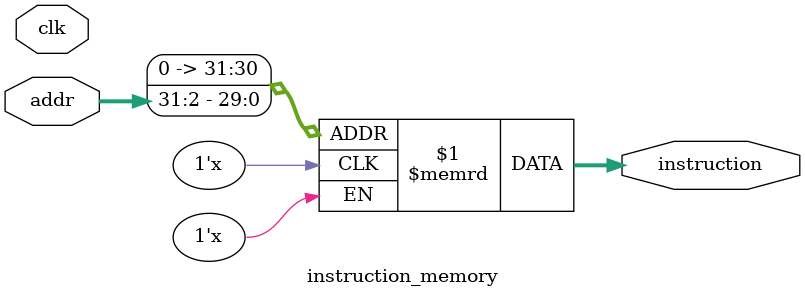
<source format=v>
module instruction_memory(
    input clk,
    input [31:0] addr,
    output wire [31:0] instruction
);
    reg [31:0] instruction_memory [1023:0]; // memoria de instruções
    assign instruction = instruction_memory[addr >> 2]; // busca a instrução



endmodule
</source>
